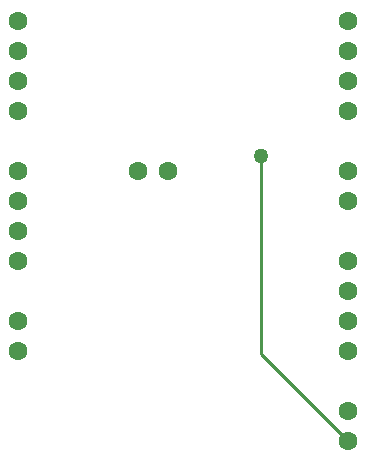
<source format=gbl>
G04*
G04 #@! TF.GenerationSoftware,Altium Limited,Altium Designer,18.1.9 (240)*
G04*
G04 Layer_Physical_Order=2*
G04 Layer_Color=16711680*
%FSLAX25Y25*%
%MOIN*%
G70*
G01*
G75*
%ADD12C,0.01000*%
%ADD21C,0.06299*%
%ADD22C,0.05000*%
D12*
X86614Y80393D02*
X115512Y51496D01*
X86614Y80393D02*
Y146457D01*
D21*
X115512Y51496D02*
D03*
Y61496D02*
D03*
X45512Y141496D02*
D03*
X55512D02*
D03*
X5512D02*
D03*
Y131496D02*
D03*
Y121496D02*
D03*
Y111496D02*
D03*
Y91496D02*
D03*
Y81496D02*
D03*
X5512Y191496D02*
D03*
Y181496D02*
D03*
Y171496D02*
D03*
Y161496D02*
D03*
X115512D02*
D03*
Y171496D02*
D03*
Y181496D02*
D03*
Y191496D02*
D03*
Y131496D02*
D03*
Y141496D02*
D03*
Y111496D02*
D03*
Y101496D02*
D03*
Y91496D02*
D03*
Y81496D02*
D03*
D22*
X86614Y146457D02*
D03*
M02*

</source>
